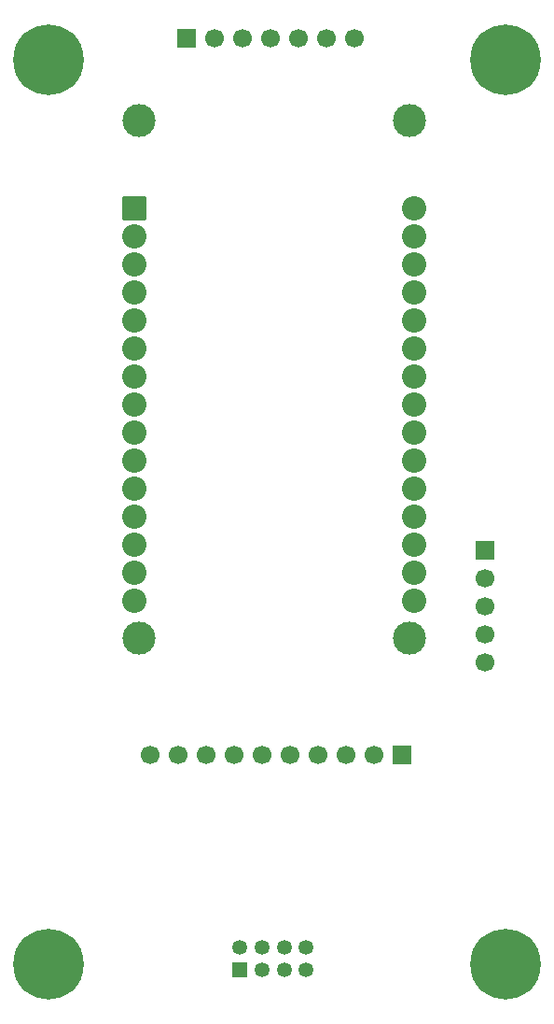
<source format=gbs>
%TF.GenerationSoftware,KiCad,Pcbnew,9.0.5*%
%TF.CreationDate,2025-11-16T15:30:45+01:00*%
%TF.ProjectId,DronePCB,44726f6e-6550-4434-922e-6b696361645f,rev?*%
%TF.SameCoordinates,Original*%
%TF.FileFunction,Soldermask,Bot*%
%TF.FilePolarity,Negative*%
%FSLAX46Y46*%
G04 Gerber Fmt 4.6, Leading zero omitted, Abs format (unit mm)*
G04 Created by KiCad (PCBNEW 9.0.5) date 2025-11-16 15:30:45*
%MOMM*%
%LPD*%
G01*
G04 APERTURE LIST*
G04 Aperture macros list*
%AMRoundRect*
0 Rectangle with rounded corners*
0 $1 Rounding radius*
0 $2 $3 $4 $5 $6 $7 $8 $9 X,Y pos of 4 corners*
0 Add a 4 corners polygon primitive as box body*
4,1,4,$2,$3,$4,$5,$6,$7,$8,$9,$2,$3,0*
0 Add four circle primitives for the rounded corners*
1,1,$1+$1,$2,$3*
1,1,$1+$1,$4,$5*
1,1,$1+$1,$6,$7*
1,1,$1+$1,$8,$9*
0 Add four rect primitives between the rounded corners*
20,1,$1+$1,$2,$3,$4,$5,0*
20,1,$1+$1,$4,$5,$6,$7,0*
20,1,$1+$1,$6,$7,$8,$9,0*
20,1,$1+$1,$8,$9,$2,$3,0*%
G04 Aperture macros list end*
%ADD10C,6.400000*%
%ADD11R,1.700000X1.700000*%
%ADD12C,1.700000*%
%ADD13C,3.000000*%
%ADD14RoundRect,0.102000X-1.000000X-1.000000X1.000000X-1.000000X1.000000X1.000000X-1.000000X1.000000X0*%
%ADD15C,2.204000*%
%ADD16R,1.350000X1.350000*%
%ADD17C,1.350000*%
G04 APERTURE END LIST*
D10*
%TO.C,H1*%
X22000000Y-104500000D03*
%TD*%
%TO.C,H2*%
X63500000Y-104500000D03*
%TD*%
%TO.C,H3*%
X22000000Y-22500000D03*
%TD*%
D11*
%TO.C,SIGNAUX*%
X34560000Y-20600000D03*
D12*
X37100000Y-20600000D03*
X39640000Y-20600000D03*
X42180000Y-20600000D03*
X44720000Y-20600000D03*
X47260000Y-20600000D03*
X49800000Y-20600000D03*
%TD*%
D13*
%TO.C,U1*%
X30220000Y-28025000D03*
X30220000Y-74975000D03*
X54730000Y-28025000D03*
X54730000Y-74975000D03*
D14*
X29800000Y-35985000D03*
D15*
X29800000Y-38525000D03*
X29800000Y-41065000D03*
X29800000Y-43605000D03*
X29800000Y-46145000D03*
X29800000Y-48685000D03*
X29800000Y-51225000D03*
X29800000Y-53765000D03*
X29800000Y-56305000D03*
X29800000Y-58845000D03*
X29800000Y-61385000D03*
X29800000Y-63925000D03*
X29800000Y-66465000D03*
X29800000Y-69005000D03*
X29800000Y-71545000D03*
X55200000Y-71545000D03*
X55200000Y-69005000D03*
X55200000Y-66465000D03*
X55200000Y-63925000D03*
X55200000Y-61385000D03*
X55200000Y-58845000D03*
X55200000Y-56305000D03*
X55200000Y-53765000D03*
X55200000Y-51225000D03*
X55200000Y-48685000D03*
X55200000Y-46145000D03*
X55200000Y-43605000D03*
X55200000Y-41065000D03*
X55200000Y-38525000D03*
X55200000Y-35985000D03*
%TD*%
D11*
%TO.C,GY-271*%
X61600000Y-67000000D03*
D12*
X61600000Y-69540000D03*
X61600000Y-72080000D03*
X61600000Y-74620000D03*
X61600000Y-77160000D03*
%TD*%
D10*
%TO.C,H4*%
X63500000Y-22500000D03*
%TD*%
D11*
%TO.C,MPU9265*%
X54080000Y-85500000D03*
D12*
X51540000Y-85500000D03*
X49000000Y-85500000D03*
X46460000Y-85500000D03*
X43920000Y-85500000D03*
X41380000Y-85500000D03*
X38840000Y-85500000D03*
X36300000Y-85500000D03*
X33760000Y-85500000D03*
X31220000Y-85500000D03*
%TD*%
D16*
%TO.C,NRF24L01*%
X39400000Y-105000000D03*
D17*
X39400000Y-103000000D03*
X41400000Y-105000000D03*
X41400000Y-103000000D03*
X43400000Y-105000000D03*
X43400000Y-103000000D03*
X45400000Y-105000000D03*
X45400000Y-103000000D03*
%TD*%
M02*

</source>
